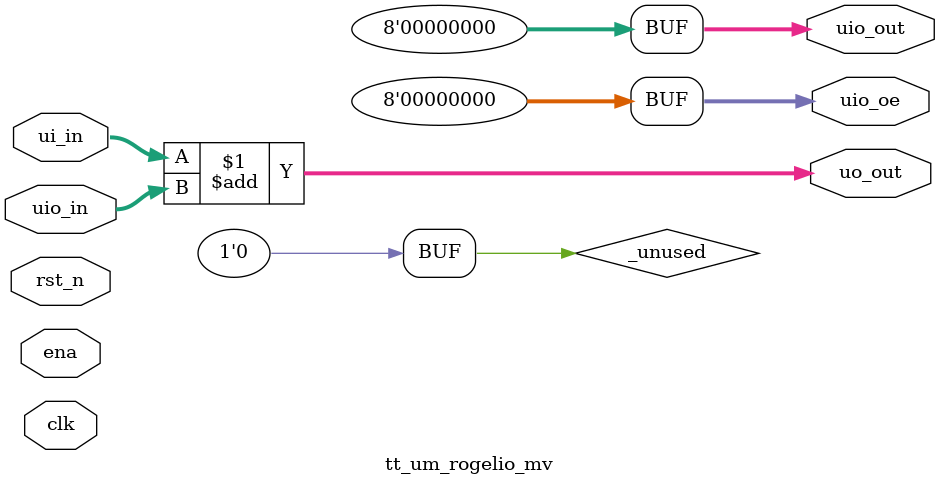
<source format=v>
/*
 * Copyright (c) 2024 Your Name
 * SPDX-License-Identifier: Apache-2.0
 */

`default_nettype none

module tt_um_rogelio_mv (
    input  wire [7:0] ui_in,    // Dedicated inputs
    output wire [7:0] uo_out,   // Dedicated outputs
    input  wire [7:0] uio_in,   // IOs: Input path
    output wire [7:0] uio_out,  // IOs: Output path
    output wire [7:0] uio_oe,   // IOs: Enable path (active high: 0=input, 1=output)
    input  wire       ena,      // always 1 when the design is powered, so you can ignore it
    input  wire       clk,      // clock
    input  wire       rst_n     // reset_n - low to reset
);

  // All output pins must be assigned. If not used, assign to 0.
  assign uo_out  = ui_in + uio_in;  // Example: ou_out is the sum of ui_in and uio_in
  assign uio_out = 0;
  assign uio_oe  = 0;

  // List all unused inputs to prevent warnings
  wire _unused = &{ena, clk, rst_n, 1'b0};

endmodule

</source>
